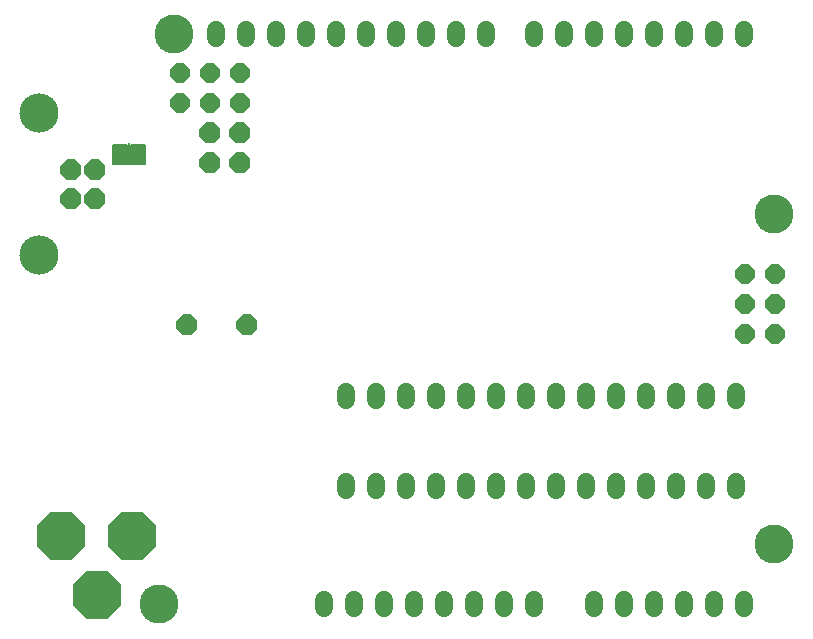
<source format=gbs>
G04 EAGLE Gerber X2 export*
%TF.Part,Single*%
%TF.FileFunction,Soldermask,Bot,1*%
%TF.FilePolarity,Negative*%
%TF.GenerationSoftware,Autodesk,EAGLE,9.0.1*%
%TF.CreationDate,2019-02-14T11:46:10Z*%
G75*
%MOMM*%
%FSLAX34Y34*%
%LPD*%
%AMOC8*
5,1,8,0,0,1.08239X$1,22.5*%
G01*
%ADD10C,3.301600*%
%ADD11C,1.524000*%
%ADD12P,1.787675X8X292.500000*%
%ADD13P,4.439531X8X202.500000*%
%ADD14P,4.439531X8X112.500000*%
%ADD15C,2.051600*%
%ADD16P,1.924489X8X292.500000*%
%ADD17C,3.317600*%
%ADD18P,1.787675X8X202.500000*%
%ADD19C,0.127000*%
%ADD20R,0.152400X1.828800*%
%ADD21P,1.924489X8X112.500000*%


D10*
X660400Y355600D03*
X660400Y76200D03*
X152400Y508000D03*
X139700Y25400D03*
D11*
X628650Y198374D02*
X628650Y205486D01*
X603250Y205486D02*
X603250Y198374D01*
X577850Y198374D02*
X577850Y205486D01*
X552450Y205486D02*
X552450Y198374D01*
X527050Y198374D02*
X527050Y205486D01*
X501650Y205486D02*
X501650Y198374D01*
X476250Y198374D02*
X476250Y205486D01*
X450850Y205486D02*
X450850Y198374D01*
X425450Y198374D02*
X425450Y205486D01*
X400050Y205486D02*
X400050Y198374D01*
X374650Y198374D02*
X374650Y205486D01*
X349250Y205486D02*
X349250Y198374D01*
X323850Y198374D02*
X323850Y205486D01*
X298450Y205486D02*
X298450Y198374D01*
X298450Y129286D02*
X298450Y122174D01*
X323850Y122174D02*
X323850Y129286D01*
X349250Y129286D02*
X349250Y122174D01*
X374650Y122174D02*
X374650Y129286D01*
X400050Y129286D02*
X400050Y122174D01*
X425450Y122174D02*
X425450Y129286D01*
X450850Y129286D02*
X450850Y122174D01*
X476250Y122174D02*
X476250Y129286D01*
X501650Y129286D02*
X501650Y122174D01*
X527050Y122174D02*
X527050Y129286D01*
X552450Y129286D02*
X552450Y122174D01*
X577850Y122174D02*
X577850Y129286D01*
X603250Y129286D02*
X603250Y122174D01*
X628650Y122174D02*
X628650Y129286D01*
D12*
X636270Y304800D03*
X661670Y304800D03*
X636270Y279400D03*
X661670Y279400D03*
X636270Y254000D03*
X661670Y254000D03*
D11*
X635000Y504444D02*
X635000Y511556D01*
X609600Y511556D02*
X609600Y504444D01*
X584200Y504444D02*
X584200Y511556D01*
X558800Y511556D02*
X558800Y504444D01*
X533400Y504444D02*
X533400Y511556D01*
X508000Y511556D02*
X508000Y504444D01*
X482600Y504444D02*
X482600Y511556D01*
X457200Y511556D02*
X457200Y504444D01*
X416560Y504444D02*
X416560Y511556D01*
X391160Y511556D02*
X391160Y504444D01*
X365760Y504444D02*
X365760Y511556D01*
X340360Y511556D02*
X340360Y504444D01*
X314960Y504444D02*
X314960Y511556D01*
X289560Y511556D02*
X289560Y504444D01*
X264160Y504444D02*
X264160Y511556D01*
X238760Y511556D02*
X238760Y504444D01*
X213360Y504444D02*
X213360Y511556D01*
X187960Y511556D02*
X187960Y504444D01*
X508000Y28956D02*
X508000Y21844D01*
X533400Y21844D02*
X533400Y28956D01*
X558800Y28956D02*
X558800Y21844D01*
X584200Y21844D02*
X584200Y28956D01*
X609600Y28956D02*
X609600Y21844D01*
X635000Y21844D02*
X635000Y28956D01*
D13*
X86868Y33020D03*
D14*
X116840Y83058D03*
X56896Y83058D03*
D15*
X94488Y33020D03*
X79248Y33020D03*
X56896Y75438D03*
X56896Y90678D03*
X116840Y75438D03*
X116840Y90678D03*
D16*
X85200Y368500D03*
X85200Y393500D03*
X65200Y393500D03*
X65200Y368500D03*
D17*
X38100Y441000D03*
X38100Y321000D03*
D18*
X208280Y474980D03*
X208280Y449580D03*
X182880Y474980D03*
X182880Y449580D03*
X157480Y474980D03*
X157480Y449580D03*
D19*
X127635Y414274D02*
X116205Y414274D01*
X127635Y414274D02*
X127635Y398526D01*
X116205Y398526D01*
X116205Y414274D01*
X116205Y399795D02*
X127635Y399795D01*
X127635Y401064D02*
X116205Y401064D01*
X116205Y402333D02*
X127635Y402333D01*
X127635Y403602D02*
X116205Y403602D01*
X116205Y404871D02*
X127635Y404871D01*
X127635Y406140D02*
X116205Y406140D01*
X116205Y407409D02*
X127635Y407409D01*
X127635Y408678D02*
X116205Y408678D01*
X116205Y409947D02*
X127635Y409947D01*
X127635Y411216D02*
X116205Y411216D01*
X116205Y412485D02*
X127635Y412485D01*
X127635Y413754D02*
X116205Y413754D01*
X112395Y414274D02*
X100965Y414274D01*
X112395Y414274D02*
X112395Y398526D01*
X100965Y398526D01*
X100965Y414274D01*
X100965Y399795D02*
X112395Y399795D01*
X112395Y401064D02*
X100965Y401064D01*
X100965Y402333D02*
X112395Y402333D01*
X112395Y403602D02*
X100965Y403602D01*
X100965Y404871D02*
X112395Y404871D01*
X112395Y406140D02*
X100965Y406140D01*
X100965Y407409D02*
X112395Y407409D01*
X112395Y408678D02*
X100965Y408678D01*
X100965Y409947D02*
X112395Y409947D01*
X112395Y411216D02*
X100965Y411216D01*
X100965Y412485D02*
X112395Y412485D01*
X112395Y413754D02*
X100965Y413754D01*
D20*
X114300Y406400D03*
D21*
X208280Y398780D03*
X182880Y398780D03*
X208280Y424180D03*
X182880Y424180D03*
D11*
X279400Y28956D02*
X279400Y21844D01*
X304800Y21844D02*
X304800Y28956D01*
X330200Y28956D02*
X330200Y21844D01*
X355600Y21844D02*
X355600Y28956D01*
X381000Y28956D02*
X381000Y21844D01*
X406400Y21844D02*
X406400Y28956D01*
X431800Y28956D02*
X431800Y21844D01*
X457200Y21844D02*
X457200Y28956D01*
D16*
X214630Y261620D03*
X163830Y261620D03*
M02*

</source>
